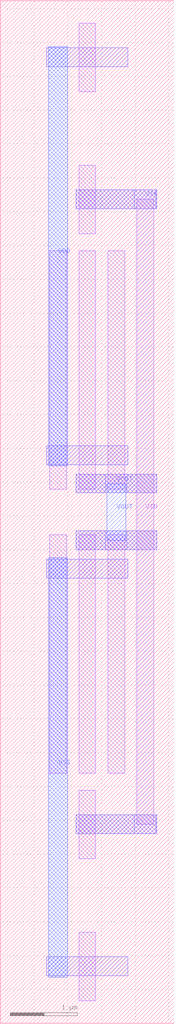
<source format=lef>
MACRO INVERTOR_TEST
  ORIGIN 0 0 ;
  FOREIGN INVERTOR_TEST 0 0 ;
  SIZE 2.58 BY 15.12 ;
  PIN VIN
    DIRECTION INOUT ;
    USE SIGNAL ;
    PORT 
      LAYER M2 ;
        RECT 1.12 2.8 2.32 3.08 ;
      LAYER M2 ;
        RECT 1.12 12.04 2.32 12.32 ;
      LAYER M2 ;
        RECT 1.99 2.8 2.31 3.08 ;
      LAYER M1 ;
        RECT 2.025 2.94 2.275 12.18 ;
      LAYER M2 ;
        RECT 1.99 12.04 2.31 12.32 ;
    END
  END VIN
  PIN VSS
    DIRECTION INOUT ;
    USE SIGNAL ;
    PORT 
      LAYER M3 ;
        RECT 0.72 0.68 1 6.88 ;
    END
  END VSS
  PIN VDD
    DIRECTION INOUT ;
    USE SIGNAL ;
    PORT 
      LAYER M3 ;
        RECT 0.72 8.24 1 14.44 ;
    END
  END VDD
  PIN VOUT
    DIRECTION INOUT ;
    USE SIGNAL ;
    PORT 
      LAYER M2 ;
        RECT 1.12 7 2.32 7.28 ;
      LAYER M2 ;
        RECT 1.12 7.84 2.32 8.12 ;
      LAYER M2 ;
        RECT 1.56 7 1.88 7.28 ;
      LAYER M3 ;
        RECT 1.58 7.14 1.86 7.98 ;
      LAYER M2 ;
        RECT 1.56 7.84 1.88 8.12 ;
    END
  END VOUT
  OBS 
  LAYER M1 ;
        RECT 1.165 3.695 1.415 7.225 ;
  LAYER M1 ;
        RECT 1.165 2.435 1.415 3.445 ;
  LAYER M1 ;
        RECT 1.165 0.335 1.415 1.345 ;
  LAYER M1 ;
        RECT 1.595 3.695 1.845 7.225 ;
  LAYER M1 ;
        RECT 0.735 3.695 0.985 7.225 ;
  LAYER M2 ;
        RECT 0.69 0.7 1.89 0.98 ;
  LAYER M2 ;
        RECT 0.69 6.58 1.89 6.86 ;
  LAYER M2 ;
        RECT 1.12 7 2.32 7.28 ;
  LAYER M2 ;
        RECT 1.12 2.8 2.32 3.08 ;
  LAYER M3 ;
        RECT 0.72 0.68 1 6.88 ;
  LAYER M1 ;
        RECT 1.165 7.895 1.415 11.425 ;
  LAYER M1 ;
        RECT 1.165 11.675 1.415 12.685 ;
  LAYER M1 ;
        RECT 1.165 13.775 1.415 14.785 ;
  LAYER M1 ;
        RECT 1.595 7.895 1.845 11.425 ;
  LAYER M1 ;
        RECT 0.735 7.895 0.985 11.425 ;
  LAYER M2 ;
        RECT 0.69 14.14 1.89 14.42 ;
  LAYER M2 ;
        RECT 0.69 8.26 1.89 8.54 ;
  LAYER M2 ;
        RECT 1.12 7.84 2.32 8.12 ;
  LAYER M2 ;
        RECT 1.12 12.04 2.32 12.32 ;
  LAYER M3 ;
        RECT 0.72 8.24 1 14.44 ;
  END 
END INVERTOR_TEST

</source>
